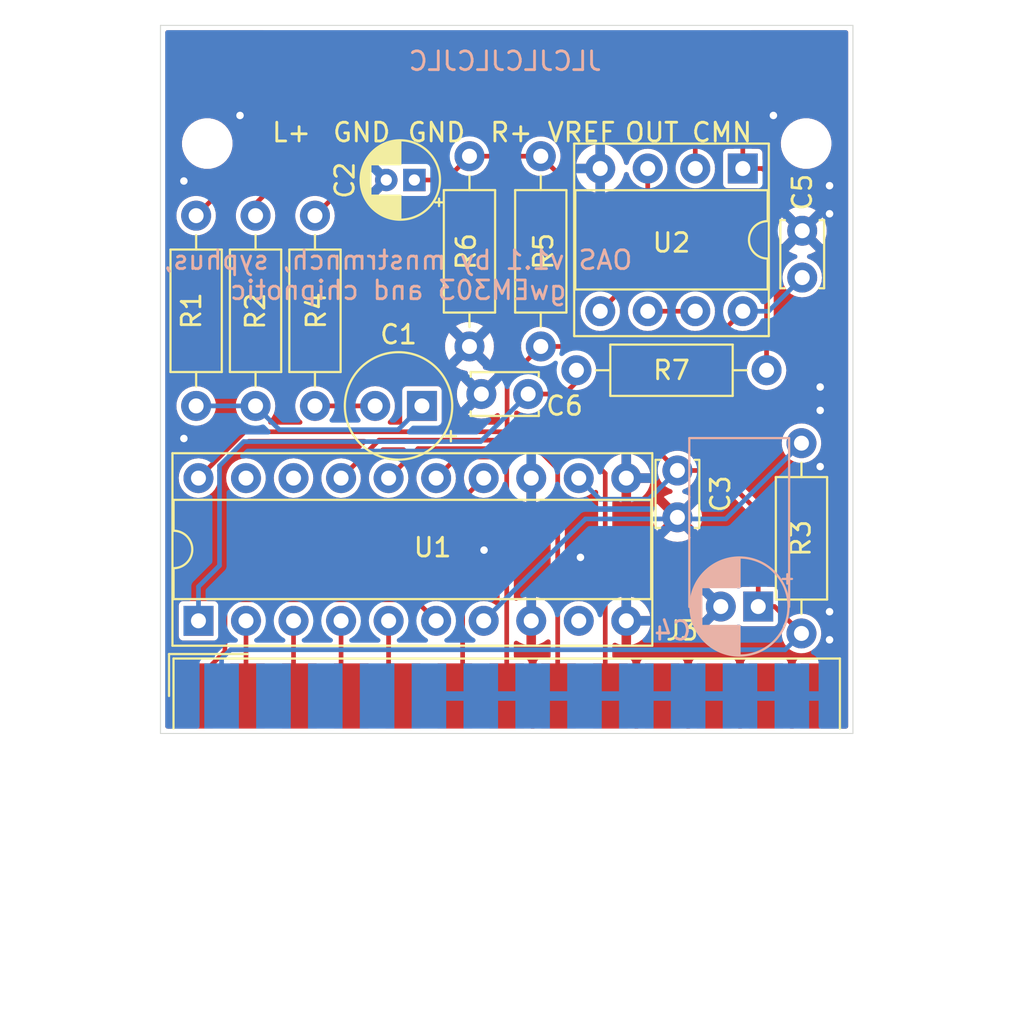
<source format=kicad_pcb>
(kicad_pcb (version 20211014) (generator pcbnew)
  (layers (0 "F.Cu" signal) (31 "B.Cu" signal) (34 "B.Paste" user) (35 "F.Paste" user) (36 "B.SilkS" user "B.Silkscreen") (37 "F.SilkS" user "F.Silkscreen") (38 "B.Mask" user) (39 "F.Mask" user) (44 "Edge.Cuts" user))
  (net 0 "")
  (net 1 "MONO_AUDIO")
  (net 2 "Net-(C1-Pad2)")
  (net 3 "GND")
  (net 4 "Net-(U2-Pad5)")
  (net 5 "VCC")
  (net 6 "Net-(J1-Pad1)")
  (net 7 "Net-(J2-Pad1)")
  (net 8 "STROBE")
  (net 9 "D0")
  (net 10 "D1")
  (net 11 "D2")
  (net 12 "D3")
  (net 13 "D4")
  (net 14 "D5")
  (net 15 "D6")
  (net 16 "D7")
  (net 17 "Net-(U1-Pad1)")
  (net 24 "Net-(R3-Pad1)")
  (net 25 "Net-(R4-Pad1)")
  (net 26 "Vo")
  (net 30 "Net-(U2-Pad6)")
  (footprint "Connector_Dsub:DSUB-25_Male_EdgeMount_P2.77mm" (layer "F.Cu") (at 69.3 59.305)
    (fp_text reference "J3" (at 9.375 -3.485) (layer "F.SilkS"))
    (fp_text value "DB25_Male")
    (pad "1" smd rect locked (at -16.62 0) (size 1.846667 3.48) (layers "F.Cu" "F.Paste" "F.Mask") (net 8 "STROBE"))
    (pad "2" smd rect locked (at -13.85 0) (size 1.846667 3.48) (layers "F.Cu" "F.Paste" "F.Mask") (net 9 "D0"))
    (pad "3" smd rect locked (at -11.08 0) (size 1.846667 3.48) (layers "F.Cu" "F.Paste" "F.Mask") (net 10 "D1"))
    (pad "4" smd rect locked (at -8.31 0) (size 1.846667 3.48) (layers "F.Cu" "F.Paste" "F.Mask") (net 11 "D2"))
    (pad "5" smd rect locked (at -5.54 0) (size 1.846667 3.48) (layers "F.Cu" "F.Paste" "F.Mask") (net 12 "D3"))
    (pad "6" smd rect locked (at -2.77 0) (size 1.846667 3.48) (layers "F.Cu" "F.Paste" "F.Mask") (net 13 "D4"))
    (pad "7" smd rect locked (at 0 0) (size 1.846667 3.48) (layers "F.Cu" "F.Paste" "F.Mask") (net 14 "D5"))
    (pad "8" smd rect locked (at 2.77 0) (size 1.846667 3.48) (layers "F.Cu" "F.Paste" "F.Mask") (net 15 "D6"))
    (pad "9" smd rect locked (at 5.54 0) (size 1.846667 3.48) (layers "F.Cu" "F.Paste" "F.Mask") (net 16 "D7"))
    (pad "10" smd rect locked (at 8.31 0) (size 1.846667 3.48) (layers "F.Cu" "F.Paste" "F.Mask"))
    (pad "11" smd rect locked (at 11.08 0) (size 1.846667 3.48) (layers "F.Cu" "F.Paste" "F.Mask"))
    (pad "12" smd rect locked (at 13.85 0) (size 1.846667 3.48) (layers "F.Cu" "F.Paste" "F.Mask"))
    (pad "13" smd rect locked (at 16.62 0) (size 1.846667 3.48) (layers "F.Cu" "F.Paste" "F.Mask"))
    (pad "14" smd rect locked (at -15.235 0) (size 1.846667 3.48) (layers "B.Cu" "B.Paste" "B.Mask") (net 5 "VCC"))
    (pad "15" smd rect locked (at -12.465 0) (size 1.846667 3.48) (layers "B.Cu" "B.Paste" "B.Mask"))
    (pad "16" smd rect locked (at -9.695 0) (size 1.846667 3.48) (layers "B.Cu" "B.Paste" "B.Mask"))
    (pad "17" smd rect locked (at -6.925 0) (size 1.846667 3.48) (layers "B.Cu" "B.Paste" "B.Mask"))
    (pad "18" smd rect locked (at -4.155 0) (size 1.846667 3.48) (layers "B.Cu" "B.Paste" "B.Mask") (net 3 "GND"))
    (pad "19" smd rect locked (at -1.385 0) (size 1.846667 3.48) (layers "B.Cu" "B.Paste" "B.Mask") (net 3 "GND"))
    (pad "20" smd rect locked (at 1.385 0) (size 1.846667 3.48) (layers "B.Cu" "B.Paste" "B.Mask") (net 3 "GND"))
    (pad "21" smd rect locked (at 4.155 0) (size 1.846667 3.48) (layers "B.Cu" "B.Paste" "B.Mask") (net 3 "GND"))
    (pad "22" smd rect locked (at 6.925 0) (size 1.846667 3.48) (layers "B.Cu" "B.Paste" "B.Mask") (net 3 "GND"))
    (pad "23" smd rect locked (at 9.695 0) (size 1.846667 3.48) (layers "B.Cu" "B.Paste" "B.Mask") (net 3 "GND"))
    (pad "24" smd rect locked (at 12.465 0) (size 1.846667 3.48) (layers "B.Cu" "B.Paste" "B.Mask") (net 3 "GND"))
    (pad "25" smd rect locked (at 15.235 0) (size 1.846667 3.48) (layers "B.Cu" "B.Paste" "B.Mask") (net 3 "GND"))
  )
  (footprint "Package_DIP:DIP-20_W7.62mm_Socket" (layer "F.Cu") (at 52.829499 55.290499 90)
    (fp_text reference "U1" (at 3.915499 12.510501 180) (layer "F.SilkS"))
    (fp_text value "ADC0820CCN")
    (pad "1" thru_hole rect locked (at 0 0 90) (size 1.6 1.6) (drill 0.8) (layers *.Cu *.Mask) (net 17 "Net-(U1-Pad1)"))
    (pad "2" thru_hole oval locked (at 0 2.54 90) (size 1.6 1.6) (drill 0.8) (layers *.Cu *.Mask) (net 9 "D0"))
    (pad "3" thru_hole oval locked (at 0 5.08 90) (size 1.6 1.6) (drill 0.8) (layers *.Cu *.Mask) (net 10 "D1"))
    (pad "4" thru_hole oval locked (at 0 7.62 90) (size 1.6 1.6) (drill 0.8) (layers *.Cu *.Mask) (net 11 "D2"))
    (pad "5" thru_hole oval locked (at 0 10.16 90) (size 1.6 1.6) (drill 0.8) (layers *.Cu *.Mask) (net 12 "D3"))
    (pad "6" thru_hole oval locked (at 0 12.7 90) (size 1.6 1.6) (drill 0.8) (layers *.Cu *.Mask) (net 8 "STROBE"))
    (pad "7" thru_hole oval locked (at 0 15.24 90) (size 1.6 1.6) (drill 0.8) (layers *.Cu *.Mask) (net 24 "Net-(R3-Pad1)"))
    (pad "8" thru_hole oval locked (at 0 17.78 90) (size 1.6 1.6) (drill 0.8) (layers *.Cu *.Mask) (net 3 "GND"))
    (pad "9" thru_hole oval locked (at 0 20.32 90) (size 1.6 1.6) (drill 0.8) (layers *.Cu *.Mask))
    (pad "10" thru_hole oval locked (at 0 22.86 90) (size 1.6 1.6) (drill 0.8) (layers *.Cu *.Mask) (net 3 "GND"))
    (pad "11" thru_hole oval locked (at 7.62 22.86 90) (size 1.6 1.6) (drill 0.8) (layers *.Cu *.Mask) (net 3 "GND"))
    (pad "12" thru_hole oval locked (at 7.62 20.32 90) (size 1.6 1.6) (drill 0.8) (layers *.Cu *.Mask) (net 5 "VCC"))
    (pad "13" thru_hole oval locked (at 7.62 17.78 90) (size 1.6 1.6) (drill 0.8) (layers *.Cu *.Mask) (net 3 "GND"))
    (pad "14" thru_hole oval locked (at 7.62 15.24 90) (size 1.6 1.6) (drill 0.8) (layers *.Cu *.Mask) (net 13 "D4"))
    (pad "15" thru_hole oval locked (at 7.62 12.7 90) (size 1.6 1.6) (drill 0.8) (layers *.Cu *.Mask) (net 14 "D5"))
    (pad "16" thru_hole oval locked (at 7.62 10.16 90) (size 1.6 1.6) (drill 0.8) (layers *.Cu *.Mask) (net 15 "D6"))
    (pad "17" thru_hole oval locked (at 7.62 7.62 90) (size 1.6 1.6) (drill 0.8) (layers *.Cu *.Mask) (net 16 "D7"))
    (pad "18" thru_hole oval locked (at 7.62 5.08 90) (size 1.6 1.6) (drill 0.8) (layers *.Cu *.Mask))
    (pad "19" thru_hole oval locked (at 7.62 2.54 90) (size 1.6 1.6) (drill 0.8) (layers *.Cu *.Mask))
    (pad "20" thru_hole oval locked (at 7.62 0 90) (size 1.6 1.6) (drill 0.8) (layers *.Cu *.Mask) (net 5 "VCC"))
  )
  (footprint "Capacitor_THT:C_Disc_D3.4mm_W2.1mm_P2.50mm" (layer "F.Cu") (at 78.421 47.264 -90)
    (fp_text reference "C3" (at 1.25 -2.3 -90) (layer "F.SilkS"))
    (fp_text value "0.1uf")
    (pad "1" thru_hole circle locked (at 0 0 270) (size 1.6 1.6) (drill 0.8) (layers *.Cu *.Mask) (net 5 "VCC"))
    (pad "2" thru_hole circle locked (at 2.5 0 270) (size 1.6 1.6) (drill 0.8) (layers *.Cu *.Mask) (net 3 "GND"))
  )
  (footprint "Resistor_THT:R_Axial_DIN0207_L6.3mm_D2.5mm_P10.16mm_Horizontal" (layer "F.Cu") (at 67.31 40.64 90)
    (fp_text reference "R6" (at 5.07 -0.18 90) (layer "F.SilkS"))
    (fp_text value "100K")
    (pad "1" thru_hole circle locked (at 0 0 90) (size 1.6 1.6) (drill 0.8) (layers *.Cu *.Mask) (net 3 "GND"))
    (pad "2" thru_hole oval locked (at 10.16 0 90) (size 1.6 1.6) (drill 0.8) (layers *.Cu *.Mask) (net 4 "Net-(U2-Pad5)"))
  )
  (footprint "Capacitor_THT:C_Disc_D3.4mm_W2.1mm_P2.50mm" (layer "F.Cu") (at 85.09 36.961 90)
    (fp_text reference "C5" (at 4.553999 0 90) (layer "F.SilkS"))
    (fp_text value "0.1uf")
    (pad "1" thru_hole circle locked (at 0 0 90) (size 1.6 1.6) (drill 0.8) (layers *.Cu *.Mask) (net 5 "VCC"))
    (pad "2" thru_hole circle locked (at 2.5 0 90) (size 1.6 1.6) (drill 0.8) (layers *.Cu *.Mask) (net 3 "GND"))
  )
  (footprint "Resistor_THT:R_Axial_DIN0207_L6.3mm_D2.5mm_P10.16mm_Horizontal" (layer "F.Cu") (at 71.12 30.48 -90)
    (fp_text reference "R5" (at 5.08 -0.145 90) (layer "F.SilkS"))
    (fp_text value "100K")
    (pad "1" thru_hole circle locked (at 0 0 270) (size 1.6 1.6) (drill 0.8) (layers *.Cu *.Mask) (net 4 "Net-(U2-Pad5)"))
    (pad "2" thru_hole oval locked (at 10.16 0 270) (size 1.6 1.6) (drill 0.8) (layers *.Cu *.Mask) (net 5 "VCC"))
  )
  (footprint "Capacitor_THT:CP_Radial_D4.0mm_P1.50mm" (layer "F.Cu") (at 64.365 31.75 180)
    (fp_text reference "C2" (at 3.714 -0.016 90) (layer "F.SilkS"))
    (fp_text value "10uf")
    (pad "1" thru_hole rect locked (at 0 0 180) (size 1.2 1.2) (drill 0.6) (layers *.Cu *.Mask) (net 4 "Net-(U2-Pad5)"))
    (pad "2" thru_hole circle locked (at 1.5 0 180) (size 1.2 1.2) (drill 0.6) (layers *.Cu *.Mask) (net 3 "GND"))
  )
  (footprint "Package_DIP:DIP-8_W7.62mm_Socket" (layer "F.Cu") (at 81.915 31.137001 -90)
    (fp_text reference "U2" (at 3.965501 3.810999) (layer "F.SilkS"))
    (fp_text value "MCP6002-xP")
    (pad "1" thru_hole rect locked (at 0 0 270) (size 1.6 1.6) (drill 0.8) (layers *.Cu *.Mask) (net 26 "Vo"))
    (pad "2" thru_hole oval locked (at 0 2.54 270) (size 1.6 1.6) (drill 0.8) (layers *.Cu *.Mask) (net 25 "Net-(R4-Pad1)"))
    (pad "3" thru_hole oval locked (at 0 5.08 270) (size 1.6 1.6) (drill 0.8) (layers *.Cu *.Mask) (net 4 "Net-(U2-Pad5)"))
    (pad "4" thru_hole oval locked (at 0 7.62 270) (size 1.6 1.6) (drill 0.8) (layers *.Cu *.Mask) (net 3 "GND"))
    (pad "5" thru_hole oval locked (at 7.62 7.62 270) (size 1.6 1.6) (drill 0.8) (layers *.Cu *.Mask) (net 4 "Net-(U2-Pad5)"))
    (pad "6" thru_hole oval locked (at 7.62 5.08 270) (size 1.6 1.6) (drill 0.8) (layers *.Cu *.Mask) (net 30 "Net-(U2-Pad6)"))
    (pad "7" thru_hole oval locked (at 7.62 2.54 270) (size 1.6 1.6) (drill 0.8) (layers *.Cu *.Mask) (net 30 "Net-(U2-Pad6)"))
    (pad "8" thru_hole oval locked (at 7.62 0 270) (size 1.6 1.6) (drill 0.8) (layers *.Cu *.Mask) (net 5 "VCC"))
  )
  (footprint "Capacitor_THT:CP_Radial_Tantal_D5.5mm_P2.50mm" (layer "F.Cu") (at 64.77 43.815 180)
    (fp_text reference "C1" (at 1.25 3.81) (layer "F.SilkS"))
    (fp_text value "10uf")
    (pad "1" thru_hole rect locked (at 0 0 180) (size 1.6 1.6) (drill 0.8) (layers *.Cu *.Mask) (net 1 "MONO_AUDIO"))
    (pad "2" thru_hole circle locked (at 2.5 0 180) (size 1.6 1.6) (drill 0.8) (layers *.Cu *.Mask) (net 2 "Net-(C1-Pad2)"))
  )
  (footprint "connectors:Audio pads" (layer "F.Cu") (at 67.564 28.0035 180)
    (fp_text reference "J2" hide)
    (fp_text value "Right")
    (pad "1" connect roundrect locked (at -1.905 2.032 180) (size 3 4) (layers "F.Cu" "F.Mask") (net 7 "Net-(J2-Pad1)") (clearance 0.25))
    (pad "2" connect roundrect locked (at 1.905 2.032 180) (size 3 4) (layers "F.Cu" "F.Mask") (net 3 "GND") (clearance 0.25))
  )
  (footprint "connectors:Pot pads" (layer "F.Cu") (at 77.0255 23.876)
    (fp_text reference "RV1" hide)
    (fp_text value "R_POT")
    (pad "1" connect roundrect locked (at -3.683 2.159) (size 3 4) (layers "F.Cu" "F.Mask") (net 25 "Net-(R4-Pad1)") (clearance 0.25))
    (pad "2" connect roundrect locked (at 0.127 2.159) (size 3 4) (layers "F.Cu" "F.Mask") (net 26 "Vo") (clearance 0.25))
    (pad "3" connect roundrect locked (at 3.937 2.159) (size 3 4) (layers "F.Cu" "F.Mask") (net 26 "Vo") (clearance 0.25))
  )
  (footprint "connectors:Audio pads" (layer "F.Cu") (at 59.69 23.9395)
    (fp_text reference "J1" hide)
    (fp_text value "Left")
    (pad "1" connect roundrect locked (at -1.905 2.032) (size 3 4) (layers "F.Cu" "F.Mask") (net 6 "Net-(J1-Pad1)") (clearance 0.25))
    (pad "2" connect roundrect locked (at 1.905 2.032) (size 3 4) (layers "F.Cu" "F.Mask") (net 3 "GND") (clearance 0.25))
  )
  (footprint "Resistor_THT:R_Axial_DIN0207_L6.3mm_D2.5mm_P10.16mm_Horizontal" (layer "F.Cu") (at 55.88 43.815 90)
    (fp_text reference "R2" (at 5.057999 -0.010499 90) (layer "F.SilkS"))
    (fp_text value "1K")
    (pad "1" thru_hole circle locked (at 0 0 90) (size 1.6 1.6) (drill 0.8) (layers *.Cu *.Mask) (net 1 "MONO_AUDIO"))
    (pad "2" thru_hole oval locked (at 10.16 0 90) (size 1.6 1.6) (drill 0.8) (layers *.Cu *.Mask) (net 7 "Net-(J2-Pad1)"))
  )
  (footprint "Resistor_THT:R_Axial_DIN0207_L6.3mm_D2.5mm_P10.16mm_Horizontal" (layer "F.Cu") (at 52.705 43.815 90)
    (fp_text reference "R1" (at 5.08 -0.251499 90) (layer "F.SilkS"))
    (fp_text value "1K")
    (pad "1" thru_hole circle locked (at 0 0 90) (size 1.6 1.6) (drill 0.8) (layers *.Cu *.Mask) (net 1 "MONO_AUDIO"))
    (pad "2" thru_hole oval locked (at 10.16 0 90) (size 1.6 1.6) (drill 0.8) (layers *.Cu *.Mask) (net 6 "Net-(J1-Pad1)"))
  )
  (footprint "Resistor_THT:R_Axial_DIN0207_L6.3mm_D2.5mm_P10.16mm_Horizontal" (layer "F.Cu") (at 59.055 33.655 -90)
    (fp_text reference "R4" (at 5.08 -0.066001 90) (layer "F.SilkS"))
    (fp_text value "1K")
    (pad "1" thru_hole circle locked (at 0 0 270) (size 1.6 1.6) (drill 0.8) (layers *.Cu *.Mask) (net 25 "Net-(R4-Pad1)"))
    (pad "2" thru_hole oval locked (at 10.16 0 270) (size 1.6 1.6) (drill 0.8) (layers *.Cu *.Mask) (net 2 "Net-(C1-Pad2)"))
  )
  (footprint "Resistor_THT:R_Axial_DIN0207_L6.3mm_D2.5mm_P10.16mm_Horizontal" (layer "F.Cu") (at 85.05 45.805 -90)
    (fp_text reference "R3" (at 5.08 0.033499 90) (layer "F.SilkS"))
    (fp_text value "330")
    (pad "1" thru_hole circle locked (at 0 0 270) (size 1.6 1.6) (drill 0.8) (layers *.Cu *.Mask) (net 24 "Net-(R3-Pad1)"))
    (pad "2" thru_hole oval locked (at 10.16 0 270) (size 1.6 1.6) (drill 0.8) (layers *.Cu *.Mask) (net 5 "VCC"))
  )
  (footprint "MountingHole:MountingHole_2.2mm_M2" (layer "F.Cu") (at 53.3 29.805)
    (fp_text reference "H1" hide)
    (fp_text value "MountingHole" hide)
    (pad "" np_thru_hole circle locked (at 0 0) (size 2.2 2.2) (drill 2.2) (layers *.Cu *.Mask))
  )
  (footprint "MountingHole:MountingHole_2.2mm_M2" (layer "F.Cu") (at 85.3 29.805)
    (fp_text reference "H2" hide)
    (fp_text value "MountingHole" hide)
    (pad "" np_thru_hole circle locked (at 0 0) (size 2.2 2.2) (drill 2.2) (layers *.Cu *.Mask))
  )
  (footprint "Resistor_THT:R_Axial_DIN0207_L6.3mm_D2.5mm_P10.16mm_Horizontal" (layer "F.Cu") (at 73.025 41.91)
    (fp_text reference "R7" (at 5.08 0) (layer "F.SilkS"))
    (fp_text value "100R")
    (pad "1" thru_hole circle locked (at 0 0) (size 1.6 1.6) (drill 0.8) (layers *.Cu *.Mask) (net 17 "Net-(U1-Pad1)"))
    (pad "2" thru_hole oval locked (at 10.16 0) (size 1.6 1.6) (drill 0.8) (layers *.Cu *.Mask) (net 26 "Vo"))
  )
  (footprint "Capacitor_THT:C_Disc_D3.4mm_W2.1mm_P2.50mm" (layer "F.Cu") (at 70.445 43.18 180)
    (fp_text reference "C6" (at -1.945 -0.635) (layer "F.SilkS"))
    (fp_text value "0.1uf")
    (pad "1" thru_hole circle locked (at 0 0 180) (size 1.6 1.6) (drill 0.8) (layers *.Cu *.Mask) (net 17 "Net-(U1-Pad1)"))
    (pad "2" thru_hole circle locked (at 2.5 0 180) (size 1.6 1.6) (drill 0.8) (layers *.Cu *.Mask) (net 3 "GND"))
  )
  (footprint "Capacitor_THT:CP_Radial_D5.0mm_P2.00mm" (layer "B.Cu") (at 82.739 54.528499 180)
    (fp_text reference "C4" (at 4.572 -1.291501) (layer "B.SilkS") (effects (justify mirror)))
    (fp_text value "47uf")
    (pad "1" thru_hole rect locked (at 0 0 180) (size 1.6 1.6) (drill 0.8) (layers *.Cu *.Mask) (net 5 "VCC"))
    (pad "2" thru_hole circle locked (at 2 0 180) (size 1.6 1.6) (drill 0.8) (layers *.Cu *.Mask) (net 3 "GND"))
  )
  (gr_line (start 84.39 45.533) (end 84.39 54.55) (layer "B.SilkS") (width 0.12))
  (gr_line (start 79.056 45.533) (end 84.39 45.533) (layer "B.SilkS") (width 0.12))
  (gr_line (start 79.056 54.55) (end 79.056 45.533) (layer "B.SilkS") (width 0.12))
  (gr_line (start 50.8 61.305) (end 50.8 23.495) (layer "Edge.Cuts") (width 0.05))
  (gr_line (start 87.8 23.495) (end 87.8 61.305) (layer "Edge.Cuts") (width 0.05))
  (gr_line (start 87.8 61.305) (end 50.8 61.305) (layer "Edge.Cuts") (width 0.05))
  (gr_line (start 50.8 23.495) (end 87.8 23.495) (layer "Edge.Cuts") (width 0.05))
  (gr_text "OAS v1.1 by mnstrmnch, syphus,\ngwEM303 and chipnotic" (at 63.5 36.83) (layer "B.SilkS") (effects (font (size 1 1)) (justify mirror)))
  (gr_text "JLCJLCJLCJLC" (at 69.215 25.4) (layer "B.SilkS") (effects (font (size 1 1)) (justify mirror)))
  (gr_text "GND" (at 65.55 29.21) (layer "F.SilkS") (effects (font (size 1 1))))
  (gr_text "OUT" (at 77.05 29.21) (layer "F.SilkS") (effects (font (size 1 1))))
  (gr_text "VREF" (at 73.3 29.21) (layer "F.SilkS") (effects (font (size 1 1))))
  (gr_text "R+" (at 69.55 29.21) (layer "F.SilkS") (effects (font (size 1 1))))
  (gr_text "L+" (at 57.8 29.21) (layer "F.SilkS") (effects (font (size 1 1))))
  (gr_text "CMN" (at 80.8 29.21) (layer "F.SilkS") (effects (font (size 1 1))))
  (gr_text "GND" (at 61.55 29.21) (layer "F.SilkS") (effects (font (size 1 1))))
  (segment (start 52.705 43.815) (end 55.88 43.815) (width 0.25) (layer "B.Cu") (net 1))
  (segment (start 55.88 43.815) (end 57.15 45.085) (width 0.25) (layer "B.Cu") (net 1))
  (segment (start 63.5 45.085) (end 64.77 43.815) (width 0.25) (layer "B.Cu") (net 1))
  (segment (start 57.15 45.085) (end 63.5 45.085) (width 0.25) (layer "B.Cu") (net 1))
  (segment (start 59.055 43.815) (end 62.27 43.815) (width 0.25) (layer "F.Cu") (net 2))
  (via (at 86.55 56.305) (size 0.8) (drill 0.4) (layers "F.Cu" "B.Cu") (net 3))
  (via (at 86.55 32.055) (size 0.8) (drill 0.4) (layers "F.Cu" "B.Cu") (net 3))
  (via (at 86.55 33.555) (size 0.8) (drill 0.4) (layers "F.Cu" "B.Cu") (net 3))
  (via (at 86.05 42.805) (size 0.8) (drill 0.4) (layers "F.Cu" "B.Cu") (net 3))
  (via (at 52.05 45.555) (size 0.8) (drill 0.4) (layers "F.Cu" "B.Cu") (net 3))
  (via (at 55.05 28.305) (size 0.8) (drill 0.4) (layers "F.Cu" "B.Cu") (net 3))
  (via (at 86.05 47.055) (size 0.8) (drill 0.4) (layers "F.Cu" "B.Cu") (net 3))
  (via (at 73.239884 51.903054) (size 0.8) (drill 0.4) (layers "F.Cu" "B.Cu") (net 3))
  (via (at 86.55 54.805) (size 0.8) (drill 0.4) (layers "F.Cu" "B.Cu") (net 3))
  (via (at 83.55 28.305) (size 0.8) (drill 0.4) (layers "F.Cu" "B.Cu") (net 3))
  (via (at 68.0886 51.514401) (size 0.8) (drill 0.4) (layers "F.Cu" "B.Cu") (net 3))
  (via (at 52.05 31.805) (size 0.8) (drill 0.4) (layers "F.Cu" "B.Cu") (net 3))
  (via (at 86.05 44.055) (size 0.8) (drill 0.4) (layers "F.Cu" "B.Cu") (net 3))
  (segment (start 76.225 59.305) (end 78.995 59.305) (width 0.25) (layer "B.Cu") (net 3))
  (segment (start 70.685 59.305) (end 73.455 59.305) (width 0.25) (layer "B.Cu") (net 3))
  (segment (start 73.455 59.305) (end 76.225 59.305) (width 0.25) (layer "B.Cu") (net 3))
  (segment (start 67.915 59.305) (end 70.685 59.305) (width 0.25) (layer "B.Cu") (net 3))
  (segment (start 78.995 59.305) (end 81.765 59.305) (width 0.25) (layer "B.Cu") (net 3))
  (segment (start 65.145 58.826664) (end 65.145 59.305) (width 0.25) (layer "B.Cu") (net 3))
  (segment (start 65.145 59.305) (end 67.915 59.305) (width 0.25) (layer "B.Cu") (net 3))
  (segment (start 67.31 30.48) (end 71.12 30.48) (width 0.25) (layer "F.Cu") (net 4))
  (segment (start 76.835 33.655) (end 76.835 36.217001) (width 0.25) (layer "F.Cu") (net 4))
  (segment (start 66.04 31.75) (end 67.31 30.48) (width 0.25) (layer "F.Cu") (net 4))
  (segment (start 76.835 36.217001) (end 74.295 38.757001) (width 0.25) (layer "F.Cu") (net 4))
  (segment (start 76.835 31.137001) (end 76.835 33.655) (width 0.25) (layer "F.Cu") (net 4))
  (segment (start 71.12 30.48) (end 74.295 33.655) (width 0.25) (layer "F.Cu") (net 4))
  (segment (start 74.295 33.655) (end 76.835 33.655) (width 0.25) (layer "F.Cu") (net 4))
  (segment (start 64.365 31.75) (end 66.04 31.75) (width 0.25) (layer "F.Cu") (net 4))
  (segment (start 76.35247 45.19547) (end 78.421 47.264) (width 0.25) (layer "F.Cu") (net 5))
  (segment (start 82.739 54.528499) (end 83.613499 54.528499) (width 0.25) (layer "F.Cu") (net 5))
  (segment (start 80.533 47.264) (end 82.739 49.47) (width 0.25) (layer "F.Cu") (net 5))
  (segment (start 52.829499 47.670499) (end 55.304528 45.19547) (width 0.25) (layer "F.Cu") (net 5))
  (segment (start 69.320489 42.439511) (end 69.320489 45.190489) (width 0.25) (layer "F.Cu") (net 5))
  (segment (start 55.304528 45.19547) (end 76.35247 45.19547) (width 0.25) (layer "F.Cu") (net 5))
  (segment (start 80.032001 40.64) (end 81.915 38.757001) (width 0.25) (layer "F.Cu") (net 5))
  (segment (start 69.320489 45.190489) (end 69.32547 45.19547) (width 0.25) (layer "F.Cu") (net 5))
  (segment (start 71.12 40.64) (end 80.032001 40.64) (width 0.25) (layer "F.Cu") (net 5))
  (segment (start 71.12 40.64) (end 69.320489 42.439511) (width 0.25) (layer "F.Cu") (net 5))
  (segment (start 83.613499 54.528499) (end 85.05 55.965) (width 0.25) (layer "F.Cu") (net 5))
  (segment (start 82.739 49.47) (end 82.739 54.528499) (width 0.25) (layer "F.Cu") (net 5))
  (segment (start 78.421 47.264) (end 80.533 47.264) (width 0.25) (layer "F.Cu") (net 5))
  (segment (start 85.05 55.965) (end 84.179 56.836) (width 0.25) (layer "B.Cu") (net 5))
  (segment (start 54.544 56.836) (end 78.399499 56.836) (width 0.25) (layer "B.Cu") (net 5))
  (segment (start 54.065 57.315) (end 54.544 56.836) (width 0.25) (layer "B.Cu") (net 5))
  (segment (start 74.2745 48.7955) (end 76.8895 48.7955) (width 0.25) (layer "B.Cu") (net 5))
  (segment (start 84.179 56.836) (end 78.399499 56.836) (width 0.25) (layer "B.Cu") (net 5))
  (segment (start 73.149499 47.670499) (end 74.2745 48.7955) (width 0.25) (layer "B.Cu") (net 5))
  (segment (start 83.293999 38.757001) (end 85.09 36.961) (width 0.25) (layer "B.Cu") (net 5))
  (segment (start 76.8895 48.7955) (end 78.421 47.264) (width 0.25) (layer "B.Cu") (net 5))
  (segment (start 81.915 38.757001) (end 83.293999 38.757001) (width 0.25) (layer "B.Cu") (net 5))
  (segment (start 54.065 59.305) (end 54.065 57.315) (width 0.25) (layer "B.Cu") (net 5))
  (segment (start 52.705 33.655) (end 57.785 28.575) (width 0.25) (layer "F.Cu") (net 6))
  (segment (start 57.785 25.9715) (end 57.785 28.575) (width 0.25) (layer "F.Cu") (net 6))
  (segment (start 55.88 33.02) (end 55.88 33.655) (width 0.25) (layer "F.Cu") (net 7))
  (segment (start 69.469 25.9715) (end 66.68002 28.76048) (width 0.25) (layer "F.Cu") (net 7))
  (segment (start 60.324282 31.75) (end 57.15 31.75) (width 0.25) (layer "F.Cu") (net 7))
  (segment (start 63.313802 28.76048) (end 60.324282 31.75) (width 0.25) (layer "F.Cu") (net 7))
  (segment (start 66.68002 28.76048) (end 63.313802 28.76048) (width 0.25) (layer "F.Cu") (net 7))
  (segment (start 57.15 31.75) (end 55.88 33.02) (width 0.25) (layer "F.Cu") (net 7))
  (segment (start 52.68 59.305) (end 52.68 58.488334) (width 0.25) (layer "F.Cu") (net 8))
  (segment (start 54.244498 54.750498) (end 54.829498 54.165498) (width 0.25) (layer "F.Cu") (net 8))
  (segment (start 52.68 58.488334) (end 54.244498 56.923836) (width 0.25) (layer "F.Cu") (net 8))
  (segment (start 54.244498 56.923836) (end 54.244498 54.750498) (width 0.25) (layer "F.Cu") (net 8))
  (segment (start 54.829498 54.165498) (end 64.404498 54.165498) (width 0.25) (layer "F.Cu") (net 8))
  (segment (start 64.404498 54.165498) (end 65.529499 55.290499) (width 0.25) (layer "F.Cu") (net 8))
  (segment (start 55.369499 55.290499) (end 55.369499 59.224499) (width 0.25) (layer "F.Cu") (net 9))
  (segment (start 55.45 58.829498) (end 55.45 59.305) (width 0.25) (layer "F.Cu") (net 9))
  (segment (start 55.369499 59.224499) (end 55.45 59.305) (width 0.25) (layer "F.Cu") (net 9))
  (segment (start 58.22 58.599498) (end 58.22 59.305) (width 0.25) (layer "F.Cu") (net 10))
  (segment (start 57.909499 55.290499) (end 57.909499 58.994499) (width 0.25) (layer "F.Cu") (net 10))
  (segment (start 57.909499 58.994499) (end 58.22 59.305) (width 0.25) (layer "F.Cu") (net 10))
  (segment (start 60.449499 58.764499) (end 60.99 59.305) (width 0.25) (layer "F.Cu") (net 11))
  (segment (start 60.449499 55.290499) (end 60.449499 58.764499) (width 0.25) (layer "F.Cu") (net 11))
  (segment (start 60.99 58.369498) (end 60.99 59.305) (width 0.25) (layer "F.Cu") (net 11))
  (segment (start 60.893999 59.208999) (end 60.99 59.305) (width 0.25) (layer "F.Cu") (net 11))
  (segment (start 63.560999 59.105999) (end 63.76 59.305) (width 0.25) (layer "F.Cu") (net 12))
  (segment (start 63.76 58.139498) (end 63.76 59.305) (width 0.25) (layer "F.Cu") (net 12))
  (segment (start 62.989499 55.290499) (end 62.989499 58.534499) (width 0.25) (layer "F.Cu") (net 12))
  (segment (start 62.989499 58.534499) (end 63.76 59.305) (width 0.25) (layer "F.Cu") (net 12))
  (segment (start 66.944498 58.890502) (end 66.53 59.305) (width 0.25) (layer "F.Cu") (net 13))
  (segment (start 68.069499 47.670499) (end 66.944498 48.7955) (width 0.25) (layer "F.Cu") (net 13))
  (segment (start 66.545499 59.289501) (end 66.53 59.305) (width 0.25) (layer "F.Cu") (net 13))
  (segment (start 66.944498 48.7955) (end 66.944498 58.890502) (width 0.25) (layer "F.Cu") (net 13))
  (segment (start 69.3 46.946) (end 69.3 59.305) (width 0.25) (layer "F.Cu") (net 14))
  (segment (start 65.529499 47.670499) (end 66.6545 46.545498) (width 0.25) (layer "F.Cu") (net 14))
  (segment (start 68.577499 58.582499) (end 69.3 59.305) (width 0.25) (layer "F.Cu") (net 14))
  (segment (start 68.899498 46.545498) (end 69.3 46.946) (width 0.25) (layer "F.Cu") (net 14))
  (segment (start 69.385 59.22) (end 69.3 59.305) (width 0.25) (layer "F.Cu") (net 14))
  (segment (start 66.6545 46.545498) (end 68.899498 46.545498) (width 0.25) (layer "F.Cu") (net 14))
  (segment (start 64.564509 46.095489) (end 70.939489 46.095489) (width 0.25) (layer "F.Cu") (net 15))
  (segment (start 72.024498 59.259498) (end 72.07 59.305) (width 0.25) (layer "F.Cu") (net 15))
  (segment (start 70.939489 46.095489) (end 72.024498 47.180498) (width 0.25) (layer "F.Cu") (net 15))
  (segment (start 72.07 58.826664) (end 72.07 59.305) (width 0.25) (layer "F.Cu") (net 15))
  (segment (start 71.925 59.16) (end 72.07 59.305) (width 0.25) (layer "F.Cu") (net 15))
  (segment (start 72.024498 47.180498) (end 72.024498 59.259498) (width 0.25) (layer "F.Cu") (net 15))
  (segment (start 62.989499 47.670499) (end 64.564509 46.095489) (width 0.25) (layer "F.Cu") (net 15))
  (segment (start 62.474518 45.64548) (end 72.789482 45.64548) (width 0.25) (layer "F.Cu") (net 16))
  (segment (start 60.449499 47.670499) (end 62.474518 45.64548) (width 0.25) (layer "F.Cu") (net 16))
  (segment (start 72.789482 45.64548) (end 74.564498 47.420496) (width 0.25) (layer "F.Cu") (net 16))
  (segment (start 74.863999 59.281001) (end 74.84 59.305) (width 0.25) (layer "F.Cu") (net 16))
  (segment (start 74.564498 47.420496) (end 74.564498 59.029498) (width 0.25) (layer "F.Cu") (net 16))
  (segment (start 74.564498 59.029498) (end 74.84 59.305) (width 0.25) (layer "F.Cu") (net 16))
  (segment (start 73.025 42.545) (end 72.39 43.18) (width 0.25) (layer "F.Cu") (net 17))
  (segment (start 72.39 43.18) (end 70.445 43.18) (width 0.25) (layer "F.Cu") (net 17))
  (segment (start 73.025 41.91) (end 73.025 42.545) (width 0.25) (layer "F.Cu") (net 17))
  (segment (start 53.95401 52.339988) (end 53.95401 47.01099) (width 0.25) (layer "B.Cu") (net 17))
  (segment (start 53.95401 47.01099) (end 55.245 45.72) (width 0.25) (layer "B.Cu") (net 17))
  (segment (start 55.245 45.72) (end 67.905 45.72) (width 0.25) (layer "B.Cu") (net 17))
  (segment (start 52.829499 55.290499) (end 52.829499 53.464499) (width 0.25) (layer "B.Cu") (net 17))
  (segment (start 67.905 45.72) (end 70.445 43.18) (width 0.25) (layer "B.Cu") (net 17))
  (segment (start 52.829499 53.464499) (end 53.95401 52.339988) (width 0.25) (layer "B.Cu") (net 17))
  (segment (start 81.004 49.851) (end 85.05 45.805) (width 0.25) (layer "B.Cu") (net 24))
  (segment (start 73.508998 49.851) (end 81.004 49.851) (width 0.25) (layer "B.Cu") (net 24))
  (segment (start 68.069499 55.290499) (end 73.508998 49.851) (width 0.25) (layer "B.Cu") (net 24))
  (segment (start 63.5 29.21) (end 70.1675 29.21) (width 0.25) (layer "F.Cu") (net 25))
  (segment (start 59.055 33.655) (end 63.5 29.21) (width 0.25) (layer "F.Cu") (net 25))
  (segment (start 70.1675 29.21) (end 73.3425 26.035) (width 0.25) (layer "F.Cu") (net 25))
  (segment (start 79.375 29.845) (end 79.375 31.137001) (width 0.25) (layer "F.Cu") (net 25))
  (segment (start 78.74 29.21) (end 79.375 29.845) (width 0.25) (layer "F.Cu") (net 25))
  (segment (start 76.5175 29.21) (end 78.74 29.21) (width 0.25) (layer "F.Cu") (net 25))
  (segment (start 73.3425 26.035) (end 76.5175 29.21) (width 0.25) (layer "F.Cu") (net 25))
  (segment (start 81.915 26.9875) (end 81.915 31.137001) (width 0.25) (layer "F.Cu") (net 26))
  (segment (start 80.9625 26.035) (end 81.915 26.9875) (width 0.25) (layer "F.Cu") (net 26))
  (segment (start 81.915 31.137001) (end 82.965 31.137001) (width 0.25) (layer "F.Cu") (net 26))
  (segment (start 77.1525 26.035) (end 80.9625 26.035) (width 0.25) (layer "F.Cu") (net 26))
  (segment (start 83.185 31.357001) (end 83.185 41.91) (width 0.25) (layer "F.Cu") (net 26))
  (segment (start 82.965 31.137001) (end 83.185 31.357001) (width 0.25) (layer "F.Cu") (net 26))
  (segment (start 76.835 38.757001) (end 79.375 38.757001) (width 0.25) (layer "F.Cu") (net 30))
  (zone (net 3) (net_name "GND") (layer "F.Cu") (connect_pads (clearance 0.254)) (min_thickness 0.254) (fill yes (thermal_gap 0.508) (thermal_bridge_width 0.508))
    (polygon (pts (xy 87.8 61.305) (xy 50.8 61.305) (xy 50.8 23.495) (xy 87.8 23.495)))
  )
  (zone (net 3) (net_name "GND") (layer "B.Cu") (connect_pads (clearance 0.254)) (min_thickness 0.254) (fill yes (thermal_gap 0.508) (thermal_bridge_width 0.508))
    (polygon (pts (xy 87.8 61.322999) (xy 50.8 61.322999) (xy 50.798147 23.495) (xy 87.798147 23.476999)))
  )
)
</source>
